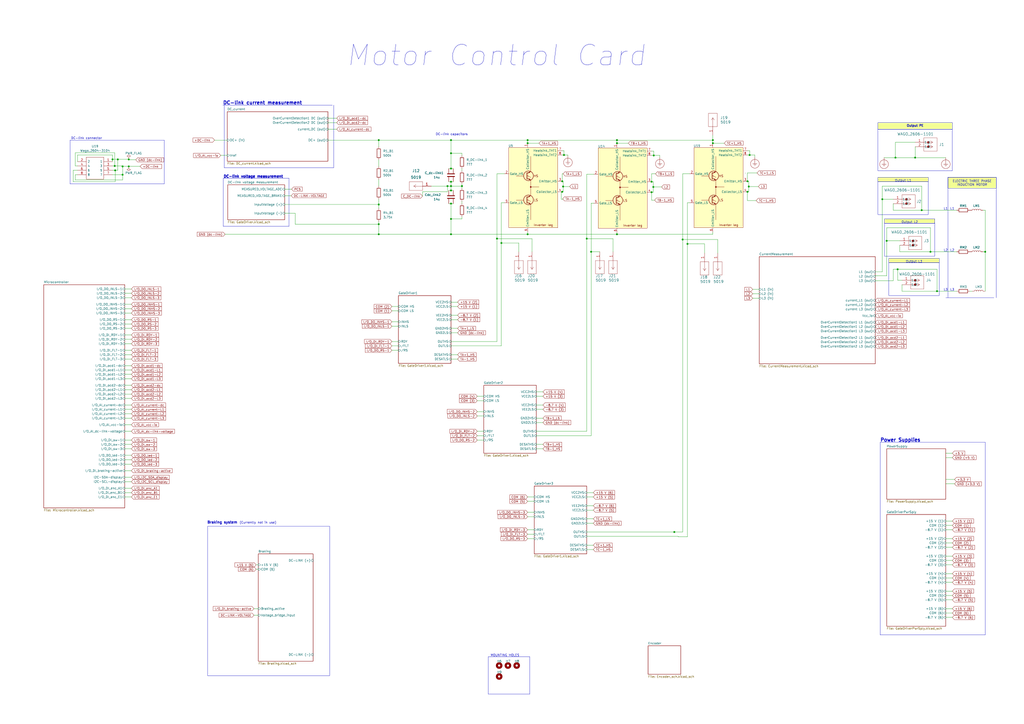
<source format=kicad_sch>
(kicad_sch (version 20231120) (generator "eeschema") (generator_version "8.0")
  (paper "A2")
  (title_block (title "3-phase DC/AC converter with SV-PWM") (date "2023-03-16") (rev "V. 1.1") (comment 1 "Ingrid Hovland") (comment 2 "Eirik Skorve Haugland") (comment 3 "Marius Englund"))
  (junction (at 413.512 81.28))
  (junction (at 434.34 108.204))
  (junction (at 219.71 81.28))
  (junction (at 391.16 308.61))
  (junction (at 68.326 92.456))
  (junction (at 288.29 138.43))
  (junction (at 378.968 108.458))
  (junction (at 306.07 135.89))
  (junction (at 342.9 146.05))
  (junction (at 340.36 138.43))
  (junction (at 395.986 138.938))
  (junction (at 290.83 140.97))
  (junction (at 74.676 92.456))
  (junction (at 377.952 111.506))
  (junction (at 65.278 92.456))
  (junction (at 543.56 168.91))
  (junction (at 66.802 98.806))
  (junction (at 377.952 105.41))
  (junction (at 357.886 81.28))
  (junction (at 261.62 97.79))
  (junction (at 520.7 156.21))
  (junction (at 261.62 135.89))
  (junction (at 511.81 115.57))
  (junction (at 219.71 118.618))
  (junction (at 259.588 107.95))
  (junction (at 433.578 105.156))
  (junction (at 357.886 135.89))
  (junction (at 219.71 135.89))
  (junction (at 261.62 110.49))
  (junction (at 434.848 89.916))
  (junction (at 534.67 121.92))
  (junction (at 326.136 105.156))
  (junction (at 326.136 111.252))
  (junction (at 219.71 130.048))
  (junction (at 514.35 139.7))
  (junction (at 398.78 141.478))
  (junction (at 261.62 107.95))
  (junction (at 433.578 111.252))
  (junction (at 306.07 83.058))
  (junction (at 326.644 108.204))
  (junction (at 519.43 91.44))
  (junction (at 357.886 83.058))
  (junction (at 261.62 118.11))
  (junction (at 261.62 81.28))
  (junction (at 539.75 146.05))
  (junction (at 379.222 90.17))
  (junction (at 261.62 88.9))
  (junction (at 306.07 81.28))
  (junction (at 261.62 127))
  (junction (at 327.152 89.916))
  (junction (at 74.676 96.52))
  (junction (at 71.12 101.346))
  (junction (at 413.512 83.058))
  (junction (at 71.12 96.52))
  (junction (at 267.97 107.95))
  (junction (at 571.5 146.05))
  (junction (at 530.86 91.44))
  (junction (at 261.62 105.41))
  (junction (at 66.548 96.266))
  (wire (pts (xy 530.86 91.44) (xy 548.64 91.44)))
  (wire (pts (xy 44.958 93.726) (xy 44.958 89.916)))
  (wire (pts (xy 379.222 90.17) (xy 377.952 90.17)))
  (polyline (pts (xy 307.34 402.59) (xy 307.34 381)))
  (wire (pts (xy 571.5 121.92) (xy 571.5 146.05)))
  (wire (pts (xy 72.39 181.61) (xy 76.2 181.61)))
  (wire (pts (xy 514.35 139.7) (xy 514.35 160.02)))
  (wire (pts (xy 71.12 96.52) (xy 71.12 96.266)))
  (wire (pts (xy 511.81 115.57) (xy 518.16 115.57)))
  (wire (pts (xy 311.15 227.33) (xy 314.96 227.33)))
  (wire (pts (xy 520.7 156.21) (xy 543.56 156.21)))
  (wire (pts (xy 261.62 88.9) (xy 267.97 88.9)))
  (wire (pts (xy 327.152 87.376) (xy 327.152 89.916)))
  (wire (pts (xy 147.32 356.87) (xy 149.86 356.87)))
  (wire (pts (xy 72.39 190.5) (xy 76.2 190.5)))
  (wire (pts (xy 43.688 96.266) (xy 43.688 88.646)))
  (wire (pts (xy 326.644 105.156) (xy 326.644 108.204)))
  (wire (pts (xy 124.46 81.28) (xy 131.826 81.28)))
  (wire (pts (xy 260.35 97.79) (xy 261.62 97.79)))
  (polyline (pts (xy 571.5 256.54) (xy 571.5 368.3)))
  (wire (pts (xy 261.62 193.04) (xy 265.43 193.04)))
  (wire (pts (xy 357.886 134.874) (xy 357.886 135.89)))
  (wire (pts (xy 66.548 96.266) (xy 71.12 96.266)))
  (wire (pts (xy 327.152 89.916) (xy 326.136 89.916)))
  (wire (pts (xy 261.62 81.28) (xy 306.07 81.28)))
  (wire (pts (xy 393.446 311.404) (xy 398.78 311.404)))
  (wire (pts (xy 520.7 156.21) (xy 520.7 162.56)))
  (wire (pts (xy 72.39 237.49) (xy 76.2 237.49)))
  (wire (pts (xy 340.36 295.91) (xy 344.17 295.91)))
  (wire (pts (xy 219.71 81.28) (xy 219.71 85.09)))
  (wire (pts (xy 190.246 71.12) (xy 195.326 71.12)))
  (polyline (pts (xy 283.21 402.59) (xy 307.34 402.59)))
  (wire (pts (xy 219.71 115.57) (xy 219.71 118.618)))
  (wire (pts (xy 311.15 245.11) (xy 314.96 245.11)))
  (polyline (pts (xy 95.25 106.68) (xy 40.64 106.68)))
  (wire (pts (xy 306.07 83.058) (xy 306.07 83.185)))
  (wire (pts (xy 72.39 214.63) (xy 76.2 214.63)))
  (wire (pts (xy 330.454 108.204) (xy 326.644 108.204)))
  (wire (pts (xy 276.86 229.87) (xy 280.67 229.87)))
  (wire (pts (xy 165.1 109.728) (xy 169.164 109.728)))
  (wire (pts (xy 261.62 182.88) (xy 265.43 182.88)))
  (wire (pts (xy 128.016 90.17) (xy 131.826 90.17)))
  (wire (pts (xy 344.424 101.092) (xy 340.36 101.092)))
  (wire (pts (xy 548.64 353.06) (xy 552.45 353.06)))
  (wire (pts (xy 72.39 279.4) (xy 76.2 279.4)))
  (wire (pts (xy 227.33 177.8) (xy 231.14 177.8)))
  (wire (pts (xy 260.35 105.41) (xy 261.62 105.41)))
  (wire (pts (xy 43.688 101.346) (xy 43.688 104.394)))
  (wire (pts (xy 72.39 260.35) (xy 76.2 260.35)))
  (polyline (pts (xy 129.54 131.318) (xy 167.64 131.318)))
  (wire (pts (xy 261.62 88.9) (xy 261.62 97.79)))
  (wire (pts (xy 514.35 139.7) (xy 521.97 139.7)))
  (wire (pts (xy 227.33 200.66) (xy 231.14 200.66)))
  (wire (pts (xy 340.36 101.092) (xy 340.36 138.43)))
  (wire (pts (xy 398.78 141.478) (xy 398.78 311.404)))
  (wire (pts (xy 261.62 198.12) (xy 288.29 198.12)))
  (wire (pts (xy 548.64 307.34) (xy 552.45 307.34)))
  (wire (pts (xy 523.24 168.91) (xy 523.24 165.1)))
  (wire (pts (xy 261.62 200.66) (xy 290.83 200.66)))
  (wire (pts (xy 290.83 140.97) (xy 290.83 200.66)))
  (wire (pts (xy 413.512 78.486) (xy 413.512 81.28)))
  (wire (pts (xy 72.39 219.71) (xy 76.2 219.71)))
  (polyline (pts (xy 283.21 381) (xy 283.21 402.59)))
  (wire (pts (xy 543.56 156.21) (xy 543.56 168.91)))
  (wire (pts (xy 340.36 293.37) (xy 344.17 293.37)))
  (wire (pts (xy 570.23 121.92) (xy 571.5 121.92)))
  (wire (pts (xy 276.86 241.3) (xy 280.67 241.3)))
  (wire (pts (xy 378.968 108.458) (xy 383.794 108.458)))
  (wire (pts (xy 306.07 312.42) (xy 309.88 312.42)))
  (wire (pts (xy 148.59 327.66) (xy 149.86 327.66)))
  (wire (pts (xy 306.07 307.34) (xy 309.88 307.34)))
  (wire (pts (xy 379.222 87.63) (xy 379.222 90.17)))
  (wire (pts (xy 511.81 107.95) (xy 511.81 115.57)))
  (wire (pts (xy 548.64 265.43) (xy 552.45 265.43)))
  (wire (pts (xy 357.886 83.058) (xy 357.886 83.312)))
  (wire (pts (xy 288.29 138.43) (xy 288.29 198.12)))
  (wire (pts (xy 329.438 89.916) (xy 329.438 90.424)))
  (wire (pts (xy 72.39 172.72) (xy 76.2 172.72)))
  (wire (pts (xy 261.62 105.41) (xy 262.89 105.41)))
  (wire (pts (xy 548.64 347.98) (xy 552.45 347.98)))
  (wire (pts (xy 42.418 98.806) (xy 42.418 105.41)))
  (wire (pts (xy 219.71 104.14) (xy 219.71 107.95)))
  (polyline (pts (xy 548.64 172.72) (xy 576.58 172.72)))
  (wire (pts (xy 267.97 90.17) (xy 267.97 88.9)))
  (wire (pts (xy 378.968 105.41) (xy 378.968 108.458)))
  (wire (pts (xy 434.34 111.252) (xy 434.34 108.204)))
  (wire (pts (xy 71.12 104.394) (xy 71.12 101.346)))
  (wire (pts (xy 261.62 185.42) (xy 265.43 185.42)))
  (wire (pts (xy 260.35 118.11) (xy 261.62 118.11)))
  (wire (pts (xy 306.07 135.89) (xy 357.886 135.89)))
  (wire (pts (xy 378.968 108.458) (xy 378.968 111.506)))
  (wire (pts (xy 340.36 316.23) (xy 344.17 316.23)))
  (wire (pts (xy 72.39 203.2) (xy 76.2 203.2)))
  (wire (pts (xy 259.588 107.95) (xy 261.62 107.95)))
  (wire (pts (xy 71.12 101.346) (xy 71.12 96.52)))
  (polyline (pts (xy 571.5 368.3) (xy 510.54 368.3)))
  (wire (pts (xy 548.64 322.58) (xy 552.45 322.58)))
  (wire (pts (xy 377.952 105.41) (xy 378.968 105.41)))
  (wire (pts (xy 398.78 141.478) (xy 408.686 141.478)))
  (wire (pts (xy 276.86 250.19) (xy 280.67 250.19)))
  (wire (pts (xy 340.36 138.43) (xy 355.6 138.43)))
  (wire (pts (xy 227.33 186.69) (xy 231.14 186.69)))
  (wire (pts (xy 306.07 81.28) (xy 357.886 81.28)))
  (wire (pts (xy 518.16 121.92) (xy 534.67 121.92)))
  (wire (pts (xy 548.64 317.5) (xy 552.45 317.5)))
  (wire (pts (xy 306.07 83.058) (xy 312.674 83.058)))
  (wire (pts (xy 276.86 238.76) (xy 280.67 238.76)))
  (wire (pts (xy 72.39 246.38) (xy 76.2 246.38)))
  (polyline (pts (xy 129.286 60.96) (xy 192.786 60.96)))
  (wire (pts (xy 306.07 297.18) (xy 309.88 297.18)))
  (wire (pts (xy 413.512 81.28) (xy 413.512 83.058)))
  (polyline (pts (xy 95.25 81.28) (xy 95.25 106.68)))
  (wire (pts (xy 432.308 100.584) (xy 432.308 100.33)))
  (wire (pts (xy 288.29 138.43) (xy 308.61 138.43)))
  (wire (pts (xy 219.71 92.71) (xy 219.71 96.52)))
  (wire (pts (xy 398.78 117.602) (xy 398.78 141.478)))
  (wire (pts (xy 433.578 87.376) (xy 434.848 87.376)))
  (wire (pts (xy 72.39 223.52) (xy 76.2 223.52)))
  (wire (pts (xy 436.626 170.434) (xy 440.436 170.434)))
  (wire (pts (xy 393.446 311.15) (xy 340.36 311.15)))
  (wire (pts (xy 267.97 125.73) (xy 267.97 127)))
  (wire (pts (xy 433.578 116.332) (xy 433.578 111.252)))
  (wire (pts (xy 355.6 146.05) (xy 355.6 138.43)))
  (wire (pts (xy 436.626 172.974) (xy 440.436 172.974)))
  (wire (pts (xy 42.418 105.41) (xy 66.802 105.41)))
  (wire (pts (xy 395.986 138.938) (xy 395.986 308.61)))
  (wire (pts (xy 548.64 345.44) (xy 552.45 345.44)))
  (wire (pts (xy 382.778 91.186) (xy 382.778 90.17)))
  (wire (pts (xy 340.36 308.61) (xy 391.16 308.61)))
  (wire (pts (xy 147.32 353.06) (xy 149.86 353.06)))
  (wire (pts (xy 72.39 199.39) (xy 76.2 199.39)))
  (wire (pts (xy 72.39 196.85) (xy 76.2 196.85)))
  (wire (pts (xy 72.39 257.81) (xy 76.2 257.81)))
  (wire (pts (xy 548.64 314.96) (xy 552.45 314.96)))
  (wire (pts (xy 72.39 187.96) (xy 76.2 187.96)))
  (wire (pts (xy 530.86 85.09) (xy 530.86 91.44)))
  (wire (pts (xy 340.36 288.29) (xy 344.17 288.29)))
  (wire (pts (xy 171.196 123.698) (xy 171.196 130.048)))
  (wire (pts (xy 66.802 98.806) (xy 65.278 98.806)))
  (wire (pts (xy 548.64 278.13) (xy 553.72 278.13)))
  (wire (pts (xy 342.9 117.856) (xy 344.424 117.856)))
  (wire (pts (xy 261.62 107.95) (xy 261.62 110.49)))
  (wire (pts (xy 74.93 92.71) (xy 74.93 92.456)))
  (wire (pts (xy 72.39 240.03) (xy 76.2 240.03)))
  (wire (pts (xy 539.75 146.05) (xy 554.99 146.05)))
  (wire (pts (xy 311.15 234.95) (xy 314.96 234.95)))
  (wire (pts (xy 534.67 107.95) (xy 511.81 107.95)))
  (wire (pts (xy 378.968 111.506) (xy 377.952 111.506)))
  (wire (pts (xy 260.35 110.49) (xy 261.62 110.49)))
  (wire (pts (xy 518.16 156.21) (xy 518.16 162.814)))
  (polyline (pts (xy 193.548 97.282) (xy 193.548 60.96)))
  (polyline (pts (xy 129.54 103.378) (xy 167.64 103.378)))
  (wire (pts (xy 219.71 128.524) (xy 219.71 130.048)))
  (wire (pts (xy 379.73 116.078) (xy 377.952 116.078)))
  (wire (pts (xy 66.802 98.806) (xy 68.326 98.806)))
  (wire (pts (xy 534.67 107.95) (xy 534.67 121.92)))
  (wire (pts (xy 514.35 132.08) (xy 514.35 139.7)))
  (wire (pts (xy 433.578 100.33) (xy 433.578 105.156)))
  (wire (pts (xy 65.278 92.456) (xy 65.278 93.726)))
  (wire (pts (xy 548.64 262.89) (xy 552.45 262.89)))
  (polyline (pts (xy 510.54 256.54) (xy 510.54 368.3)))
  (wire (pts (xy 377.952 100.838) (xy 377.952 105.41)))
  (wire (pts (xy 342.9 146.05) (xy 342.9 252.73)))
  (wire (pts (xy 306.07 299.72) (xy 309.88 299.72)))
  (wire (pts (xy 72.39 176.53) (xy 76.2 176.53)))
  (wire (pts (xy 433.578 111.252) (xy 434.34 111.252)))
  (wire (pts (xy 521.97 142.24) (xy 521.97 146.05)))
  (wire (pts (xy 432.054 105.41) (xy 432.054 105.156)))
  (wire (pts (xy 400.05 117.602) (xy 398.78 117.602)))
  (wire (pts (xy 250.19 107.95) (xy 259.588 107.95)))
  (wire (pts (xy 523.24 168.91) (xy 543.56 168.91)))
  (wire (pts (xy 326.136 100.838) (xy 326.136 105.156)))
  (wire (pts (xy 433.578 105.156) (xy 434.34 105.156)))
  (wire (pts (xy 43.688 101.346) (xy 44.958 101.346)))
  (wire (pts (xy 66.548 88.646) (xy 66.548 96.266)))
  (wire (pts (xy 326.136 87.376) (xy 327.152 87.376)))
  (wire (pts (xy 539.75 146.05) (xy 539.75 132.08)))
  (wire (pts (xy 227.33 180.34) (xy 231.14 180.34)))
  (wire (pts (xy 219.71 130.048) (xy 219.71 135.89)))
  (wire (pts (xy 72.39 283.21) (xy 76.2 283.21)))
  (wire (pts (xy 130.556 135.89) (xy 219.71 135.89)))
  (wire (pts (xy 437.896 89.916) (xy 434.848 89.916)))
  (wire (pts (xy 311.15 250.19) (xy 340.36 250.19)))
  (wire (pts (xy 311.15 257.81) (xy 314.96 257.81)))
  (wire (pts (xy 261.62 208.28) (xy 265.43 208.28)))
  (wire (pts (xy 43.688 104.394) (xy 71.12 104.394)))
  (wire (pts (xy 72.39 212.09) (xy 76.2 212.09)))
  (wire (pts (xy 66.802 105.41) (xy 66.802 98.806)))
  (wire (pts (xy 261.62 127) (xy 261.62 135.89)))
  (wire (pts (xy 68.326 92.456) (xy 74.676 92.456)))
  (wire (pts (xy 311.15 229.87) (xy 314.96 229.87)))
  (wire (pts (xy 72.39 170.18) (xy 76.2 170.18)))
  (wire (pts (xy 259.588 111.252) (xy 259.588 107.95)))
  (wire (pts (xy 519.43 82.55) (xy 519.43 91.44)))
  (wire (pts (xy 44.958 96.266) (xy 43.688 96.266)))
  (wire (pts (xy 261.62 81.28) (xy 261.62 88.9)))
  (wire (pts (xy 245.11 111.252) (xy 259.588 111.252)))
  (wire (pts (xy 276.86 252.73) (xy 280.67 252.73)))
  (wire (pts (xy 357.886 81.28) (xy 357.886 83.058)))
  (wire (pts (xy 340.36 318.77) (xy 344.17 318.77)))
  (wire (pts (xy 245.11 113.792) (xy 245.11 111.252)))
  (polyline (pts (xy 167.64 131.318) (xy 167.64 103.378)))
  (wire (pts (xy 413.512 134.62) (xy 413.512 135.89)))
  (wire (pts (xy 326.39 115.57) (xy 326.39 115.316)))
  (wire (pts (xy 72.39 242.57) (xy 76.2 242.57)))
  (wire (pts (xy 326.644 111.252) (xy 326.136 111.252)))
  (wire (pts (xy 434.848 89.916) (xy 433.578 89.916)))
  (wire (pts (xy 72.39 250.19) (xy 76.2 250.19)))
  (wire (pts (xy 340.36 300.99) (xy 344.17 300.99)))
  (wire (pts (xy 43.688 88.646) (xy 66.548 88.646)))
  (wire (pts (xy 261.62 177.8) (xy 265.43 177.8)))
  (wire (pts (xy 548.64 337.82) (xy 552.45 337.82)))
  (wire (pts (xy 227.33 189.23) (xy 231.14 189.23)))
  (wire (pts (xy 434.848 87.376) (xy 434.848 89.916)))
  (wire (pts (xy 276.86 255.27) (xy 280.67 255.27)))
  (wire (pts (xy 433.578 100.33) (xy 439.166 100.33)))
  (wire (pts (xy 548.64 304.8) (xy 552.45 304.8)))
  (wire (pts (xy 357.886 83.058) (xy 364.49 83.058)))
  (wire (pts (xy 72.39 269.24) (xy 76.2 269.24)))
  (wire (pts (xy 434.34 105.156) (xy 434.34 108.204)))
  (wire (pts (xy 72.39 255.27) (xy 76.2 255.27)))
  (wire (pts (xy 382.778 90.17) (xy 379.222 90.17)))
  (wire (pts (xy 190.246 74.93) (xy 195.326 74.93)))
  (wire (pts (xy 326.136 105.156) (xy 326.644 105.156)))
  (wire (pts (xy 308.61 146.05) (xy 308.61 138.43)))
  (polyline (pts (xy 283.21 381) (xy 307.34 381)))
  (wire (pts (xy 416.306 138.938) (xy 416.306 146.812)))
  (wire (pts (xy 326.644 108.204) (xy 326.644 111.252)))
  (wire (pts (xy 72.39 264.16) (xy 76.2 264.16)))
  (wire (pts (xy 306.07 81.28) (xy 306.07 83.058)))
  (polyline (pts (xy 40.64 81.28) (xy 95.25 81.28)))
  (wire (pts (xy 261.62 190.5) (xy 265.43 190.5)))
  (wire (pts (xy 518.16 118.11) (xy 518.16 121.92)))
  (wire (pts (xy 306.07 309.88) (xy 309.88 309.88)))
  (wire (pts (xy 72.39 167.64) (xy 76.2 167.64)))
  (wire (pts (xy 311.15 252.73) (xy 342.9 252.73)))
  (wire (pts (xy 326.136 111.506) (xy 326.136 111.252)))
  (wire (pts (xy 521.97 146.05) (xy 539.75 146.05)))
  (wire (pts (xy 219.71 81.28) (xy 261.62 81.28)))
  (wire (pts (xy 311.15 260.35) (xy 314.96 260.35)))
  (wire (pts (xy 261.62 175.26) (xy 265.43 175.26)))
  (wire (pts (xy 261.62 135.89) (xy 306.07 135.89)))
  (wire (pts (xy 342.9 117.856) (xy 342.9 146.05)))
  (wire (pts (xy 65.278 89.916) (xy 65.278 92.456)))
  (polyline (pts (xy 40.64 81.28) (xy 40.64 106.68)))
  (wire (pts (xy 395.986 100.838) (xy 395.986 138.938)))
  (wire (pts (xy 395.986 308.61) (xy 391.16 308.61)))
  (wire (pts (xy 548.64 342.9) (xy 552.45 342.9)))
  (wire (pts (xy 261.62 118.11) (xy 261.62 127)))
  (polyline (pts (xy 549.91 102.87) (xy 549.91 172.72)))
  (wire (pts (xy 391.16 308.864) (xy 391.16 308.61)))
  (wire (pts (xy 72.39 205.74) (xy 76.2 205.74)))
  (wire (pts (xy 72.39 226.06) (xy 76.2 226.06)))
  (wire (pts (xy 512.826 91.44) (xy 519.43 91.44)))
  (wire (pts (xy 342.9 146.05) (xy 347.98 146.05)))
  (wire (pts (xy 548.64 355.6) (xy 552.45 355.6)))
  (wire (pts (xy 74.93 92.71) (xy 78.74 92.71)))
  (wire (pts (xy 276.86 232.41) (xy 280.67 232.41)))
  (wire (pts (xy 326.136 111.506) (xy 325.628 111.506)))
  (wire (pts (xy 562.61 168.91) (xy 563.88 168.91)))
  (wire (pts (xy 74.676 96.52) (xy 81.28 96.52)))
  (wire (pts (xy 227.33 198.12) (xy 231.14 198.12)))
  (wire (pts (xy 311.15 237.49) (xy 314.96 237.49)))
  (wire (pts (xy 65.278 101.346) (xy 71.12 101.346)))
  (wire (pts (xy 267.97 106.68) (xy 267.97 107.95)))
  (wire (pts (xy 72.39 179.07) (xy 76.2 179.07)))
  (polyline (pts (xy 129.54 103.378) (xy 129.54 131.318)))
  (wire (pts (xy 507.746 160.02) (xy 507.746 160.274)))
  (wire (pts (xy 395.986 138.938) (xy 416.306 138.938)))
  (wire (pts (xy 267.97 97.79) (xy 267.97 99.06)))
  (wire (pts (xy 548.64 302.26) (xy 552.45 302.26)))
  (wire (pts (xy 306.07 290.83) (xy 309.88 290.83)))
  (wire (pts (xy 72.39 185.42) (xy 76.2 185.42)))
  (wire (pts (xy 72.39 228.6) (xy 76.2 228.6)))
  (wire (pts (xy 377.952 116.078) (xy 377.952 111.506)))
  (wire (pts (xy 514.35 132.08) (xy 539.75 132.08)))
  (wire (pts (xy 165.1 118.618) (xy 219.71 118.618)))
  (wire (pts (xy 340.36 138.43) (xy 340.36 250.19)))
  (wire (pts (xy 357.886 135.89) (xy 413.512 135.89)))
  (wire (pts (xy 306.07 288.29) (xy 309.88 288.29)))
  (wire (pts (xy 518.16 156.21) (xy 520.7 156.21)))
  (wire (pts (xy 548.64 280.67) (xy 553.72 280.67)))
  (wire (pts (xy 300.99 146.05) (xy 300.99 140.97)))
  (wire (pts (xy 413.512 83.058) (xy 420.116 83.058)))
  (wire (pts (xy 518.16 162.814) (xy 507.746 162.814)))
  (wire (pts (xy 393.446 311.404) (xy 393.446 311.15)))
  (wire (pts (xy 548.64 327.66) (xy 552.45 327.66)))
  (wire (pts (xy 511.81 157.734) (xy 507.746 157.734)))
  (wire (pts (xy 72.39 276.86) (xy 76.2 276.86)))
  (wire (pts (xy 571.5 146.05) (xy 570.23 146.05)))
  (wire (pts (xy 65.278 92.456) (xy 68.326 92.456)))
  (wire (pts (xy 548.64 312.42) (xy 552.45 312.42)))
  (polyline (pts (xy 510.54 256.54) (xy 571.5 256.54)))
  (polyline (pts (xy 130.048 60.96) (xy 130.048 97.282)))
  (wire (pts (xy 72.39 234.95) (xy 76.2 234.95)))
  (wire (pts (xy 72.39 208.28) (xy 76.2 208.28)))
  (wire (pts (xy 300.99 140.97) (xy 290.83 140.97)))
  (wire (pts (xy 380.238 100.838) (xy 377.952 100.838)))
  (wire (pts (xy 72.39 266.7) (xy 76.2 266.7)))
  (wire (pts (xy 292.608 117.602) (xy 290.83 117.602)))
  (wire (pts (xy 288.29 138.43) (xy 288.29 100.838)))
  (wire (pts (xy 340.36 303.53) (xy 344.17 303.53)))
  (wire (pts (xy 520.7 162.56) (xy 523.24 162.56)))
  (wire (pts (xy 66.548 96.266) (xy 65.278 96.266)))
  (wire (pts (xy 519.43 91.44) (xy 530.86 91.44)))
  (wire (pts (xy 72.39 285.75) (xy 76.2 285.75)))
  (wire (pts (xy 548.64 358.14) (xy 552.45 358.14)))
  (wire (pts (xy 171.196 130.048) (xy 219.71 130.048)))
  (wire (pts (xy 326.136 100.838) (xy 326.644 100.838)))
  (wire (pts (xy 72.39 273.05) (xy 76.2 273.05)))
  (wire (pts (xy 507.746 160.02) (xy 514.35 160.02)))
  (wire (pts (xy 261.62 110.49) (xy 262.89 110.49)))
  (wire (pts (xy 261.62 107.95) (xy 267.97 107.95)))
  (wire (pts (xy 68.326 98.806) (xy 68.326 92.456)))
  (wire (pts (xy 434.34 108.204) (xy 439.928 108.204)))
  (polyline (pts (xy 130.048 97.282) (xy 193.548 97.282)))
  (wire (pts (xy 190.246 68.58) (xy 195.326 68.58)))
  (wire (pts (xy 190.246 81.28) (xy 219.71 81.28)))
  (wire (pts (xy 357.886 81.28) (xy 413.512 81.28)))
  (wire (pts (xy 44.958 98.806) (xy 42.418 98.806)))
  (wire (pts (xy 548.64 335.28) (xy 552.45 335.28)))
  (wire (pts (xy 548.64 332.74) (xy 552.45 332.74)))
  (wire (pts (xy 74.93 92.456) (xy 74.676 92.456)))
  (wire (pts (xy 326.39 115.57) (xy 325.628 115.57)))
  (wire (pts (xy 290.83 117.602) (xy 290.83 140.97)))
  (wire (pts (xy 165.1 113.538) (xy 168.91 113.538)))
  (wire (pts (xy 44.958 89.916) (xy 65.278 89.916)))
  (wire (pts (xy 408.686 141.478) (xy 408.686 146.812)))
  (wire (pts (xy 267.97 107.95) (xy 267.97 109.22)))
  (wire (pts (xy 437.896 91.186) (xy 437.896 89.916)))
  (wire (pts (xy 511.81 115.57) (xy 511.81 157.734)))
  (wire (pts (xy 554.99 168.91) (xy 543.56 168.91)))
  (wire (pts (xy 306.07 134.62) (xy 306.07 135.89)))
  (wire (pts (xy 571.5 146.05) (xy 571.5 168.91)))
  (wire (pts (xy 72.39 194.31) (xy 76.2 194.31)))
  (wire (pts (xy 165.1 123.698) (xy 171.196 123.698)))
  (wire (pts (xy 325.628 115.57) (xy 325.628 111.506)))
  (wire (pts (xy 261.62 118.11) (xy 262.89 118.11)))
  (wire (pts (xy 400.05 100.838) (xy 395.986 100.838)))
  (wire (pts (xy 71.12 96.52) (xy 74.676 96.52)))
  (wire (pts (xy 548.64 325.12) (xy 552.45 325.12)))
  (wire (pts (xy 72.39 231.14) (xy 76.2 231.14)))
  (wire (pts (xy 433.578 116.332) (xy 438.658 116.332)))
  (wire (pts (xy 311.15 242.57) (xy 314.96 242.57)))
  (wire (pts (xy 436.626 167.894) (xy 440.436 167.894)))
  (wire (pts (xy 340.36 285.75) (xy 344.17 285.75)))
  (wire (pts (xy 72.39 217.17) (xy 76.2 217.17)))
  (wire (pts (xy 219.71 135.89) (xy 261.62 135.89)))
  (wire (pts (xy 261.62 97.79) (xy 262.89 97.79)))
  (wire (pts (xy 288.29 100.838) (xy 292.608 100.838)))
  (wire (pts (xy 267.97 116.84) (xy 267.97 118.11)))
  (wire (pts (xy 261.62 205.74) (xy 265.43 205.74)))
  (wire (pts (xy 534.67 121.92) (xy 554.99 121.92)))
  (wire (pts (xy 227.33 203.2) (xy 231.14 203.2)))
  (wire (pts (xy 219.71 118.618) (xy 219.71 120.904)))
  (wire (pts (xy 519.43 82.55) (xy 530.86 82.55)))
  (polyline (pts (xy 577.85 172.72) (xy 577.85 102.87)))
  (polyline (pts (xy 549.91 102.87) (xy 577.85 102.87)))
  (wire (pts (xy 148.59 330.2) (xy 149.86 330.2)))
  (wire (pts (xy 261.62 127) (xy 267.97 127)))
  (wire (pts (xy 377.952 87.63) (xy 379.222 87.63)))
  (wire (pts (xy 72.39 288.29) (xy 76.2 288.29)))
  (wire (pts (xy 261.62 105.41) (xy 261.62 107.95)))
  (wire (pts (xy 327.152 89.916) (xy 329.438 89.916)))
  (rectangle (start 120.396 305.308) (end 191.262 391.922))
  (rectangle (start 513.08 129.54) (end 542.29 148.59))
  (rectangle (start 515.62 152.4) (end 544.83 171.45))
  (rectangle (start 509.27 74.93) (end 552.45 99.06))
  (rectangle (start 509.27 105.41) (end 538.48 124.46))
  (text_box "Output L2" (at 513.08 127 0) (size 29.21 2.54) (fill (type color) (color 243 255 147 1)) (effects (font (size 1.27 1.27)) (justify top)))
  (text_box "Output PE" (at 509.27 71.12 0) (size 43.18 3.81) (fill (type color) (color 243 255 147 1)) (effects (font (size 1.27 1.27) (thickness 0.254) (bold yes)) (justify top)))
  (text_box "Output L1" (at 509.27 102.87 0) (size 29.21 2.54) (fill (type color) (color 243 255 147 1)) (effects (font (size 1.27 1.27)) (justify top)))
  (text_box "Output L3" (at 515.62 149.86 0) (size 29.21 2.54) (fill (type color) (color 243 255 147 1)) (effects (font (size 1.27 1.27)) (justify top)))
  (text_box "ELECTRIC THREE PHASE INDUCTION MOTOR\n" (at 549.91 102.87 0) (size 27.94 6.35) (fill (type color) (color 243 255 147 1)) (effects (font (size 1.27 1.27))))
  (text "DC-link capacitors" (at 252.73 78.74 0) (effects (font (size 1.27 1.27)) (justify left bottom)))
  (text "L3" (at 547.37 168.91 0) (effects (font (size 1.27 1.27)) (justify left bottom)))
  (text "DC-link connector" (at 41.148 81.026 0) (effects (font (size 1.27 1.27)) (justify left bottom)))
  (text "DC-link current measurement\n" (at 129.286 60.96 0) (effects (font (size 2 2) (thickness 0.4) (bold yes)) (justify left bottom)))
  (text "L1" (at 547.37 121.92 0) (effects (font (size 1.27 1.27)) (justify left bottom)))
  (text "DC-link voltage measurement\n" (at 129.54 103.378 0) (effects (font (size 1.5 1.5) (thickness 0.4) (bold yes)) (justify left bottom)))
  (text "Power Supplies" (at 510.54 256.54 0) (effects (font (size 2 2) (thickness 0.4) (bold yes)) (justify left bottom)))
  (text "Braking system" (at 120.142 304.038 0) (effects (font (size 1.5 1.5) (thickness 0.3) (bold yes)) (justify left bottom)))
  (text "(Currently not in use)\n" (at 138.938 304.038 0) (effects (font (size 1.27 1.27)) (justify left bottom)))
  (text "L2" (at 547.37 146.05 0) (effects (font (size 1.27 1.27)) (justify left bottom)))
  (text "MOUNTING HOLES" (at 284.48 381 0) (effects (font (size 1.27 1.27)) (justify left bottom)))
  (text "L1" (at 551.18 121.92 0) (effects (font (size 1.27 1.27)) (justify left bottom)))
  (text "L2\n" (at 551.18 146.05 0) (effects (font (size 1.27 1.27)) (justify left bottom)))
  (text "Motor Control Card" (at 200.66 39.37 0) (effects (font (size 12 12) (italic yes)) (justify left bottom)))
  (text "L3" (at 551.18 168.91 0) (effects (font (size 1.27 1.27)) (justify left bottom)))
  (global_label "TA+1_LS" (shape input) (at 326.644 100.838 0) (property "Intersheetrefs" "${INTERSHEET_REFS}" (effects (hide yes))))
  (global_label "I{slash}O_AI_dc-link-voltage" (shape input) (at 76.2 250.19 0) (property "Intersheetrefs" "${INTERSHEET_REFS}" (effects (hide yes))))
  (global_label "TA+1_LS" (shape input) (at 265.43 190.5 0) (property "Intersheetrefs" "${INTERSHEET_REFS}" (effects (hide yes))))
  (global_label "I{slash}O_AI_current-L2" (shape input) (at 507.746 176.784 0) (property "Intersheetrefs" "${INTERSHEET_REFS}" (effects (hide yes))))
  (global_label "COM (2)" (shape input) (at 227.33 177.8 180) (property "Intersheetrefs" "${INTERSHEET_REFS}" (effects (hide yes))))
  (global_label "I{slash}O_DI_ocd1-L2" (shape input) (at 76.2 217.17 0) (property "Intersheetrefs" "${INTERSHEET_REFS}" (effects (hide yes))))
  (global_label "I{slash}O_DI_sw-1" (shape input) (at 76.2 255.27 0) (property "Intersheetrefs" "${INTERSHEET_REFS}" (effects (hide yes))))
  (global_label "TB-1_HS" (shape input) (at 379.73 116.078 0) (property "Intersheetrefs" "${INTERSHEET_REFS}" (effects (hide yes))))
  (global_label "I{slash}O_DO_RS-1" (shape input) (at 76.2 185.42 0) (property "Intersheetrefs" "${INTERSHEET_REFS}" (effects (hide yes))))
  (global_label "I{slash}O_DI_braking-active" (shape input) (at 76.2 273.05 0) (property "Intersheetrefs" "${INTERSHEET_REFS}" (effects (hide yes))))
  (global_label "I{slash}O_DO_RS-3" (shape input) (at 306.07 312.42 180) (property "Intersheetrefs" "${INTERSHEET_REFS}" (effects (hide yes))))
  (global_label "I{slash}O_AI_vcc-io" (shape input) (at 76.2 246.38 0) (property "Intersheetrefs" "${INTERSHEET_REFS}" (effects (hide yes))))
  (global_label "+15 V (6)" (shape input) (at 552.45 353.06 0) (property "Intersheetrefs" "${INTERSHEET_REFS}" (effects (hide yes))))
  (global_label "+5 V" (shape input) (at 552.45 262.89 0) (property "Intersheetrefs" "${INTERSHEET_REFS}" (effects (hide yes))))
  (global_label "I{slash}O_AI_vcc-io" (shape input) (at 128.016 90.17 180) (property "Intersheetrefs" "${INTERSHEET_REFS}" (effects (hide yes))))
  (global_label "+15 V (2)" (shape input) (at 552.45 312.42 0) (property "Intersheetrefs" "${INTERSHEET_REFS}" (effects (hide yes))))
  (global_label "I{slash}O_DO_INHS-1" (shape input) (at 76.2 176.53 0) (property "Intersheetrefs" "${INTERSHEET_REFS}" (effects (hide yes))))
  (global_label "COM (2)" (shape input) (at 552.45 314.96 0) (property "Intersheetrefs" "${INTERSHEET_REFS}" (effects (hide yes))))
  (global_label "I{slash}O_AI_current-L3" (shape input) (at 76.2 242.57 0) (property "Intersheetrefs" "${INTERSHEET_REFS}" (effects (hide yes))))
  (global_label "-8.7 V (6)" (shape input) (at 344.17 293.37 0) (property "Intersheetrefs" "${INTERSHEET_REFS}" (effects (hide yes))))
  (global_label "-8.7 V (4)" (shape input) (at 314.96 234.95 0) (property "Intersheetrefs" "${INTERSHEET_REFS}" (effects (hide yes))))
  (global_label "COM (6)" (shape input) (at 552.45 355.6 0) (property "Intersheetrefs" "${INTERSHEET_REFS}" (effects (hide yes))))
  (global_label "COM (5)" (shape input) (at 306.07 290.83 180) (property "Intersheetrefs" "${INTERSHEET_REFS}" (effects (hide yes))))
  (global_label "+DC-link " (shape input) (at 124.46 81.28 180) (property "Intersheetrefs" "${INTERSHEET_REFS}" (effects (hide yes))))
  (global_label "GND (dc-link)" (shape input) (at 130.556 135.89 180) (property "Intersheetrefs" "${INTERSHEET_REFS}" (effects (hide yes))))
  (global_label "+15 V (6)" (shape input) (at 148.59 327.66 180) (property "Intersheetrefs" "${INTERSHEET_REFS}" (effects (hide yes))))
  (global_label "TB+1_LS" (shape input) (at 380.238 100.838 0) (property "Intersheetrefs" "${INTERSHEET_REFS}" (effects (hide yes))))
  (global_label "+15 V (5)" (shape input) (at 552.45 342.9 0) (property "Intersheetrefs" "${INTERSHEET_REFS}" (effects (hide yes))))
  (global_label "I{slash}O_AI_current-L1" (shape input) (at 76.2 237.49 0) (property "Intersheetrefs" "${INTERSHEET_REFS}" (effects (hide yes))))
  (global_label "L1" (shape input) (at 330.454 108.204 0) (property "Intersheetrefs" "${INTERSHEET_REFS}" (effects (hide yes))))
  (global_label "TA+1_HS" (shape input) (at 312.674 83.058 0) (property "Intersheetrefs" "${INTERSHEET_REFS}" (effects (hide yes))))
  (global_label "I{slash}O_DI_FLT-1" (shape input) (at 227.33 200.66 180) (property "Intersheetrefs" "${INTERSHEET_REFS}" (effects (hide yes))))
  (global_label "I{slash}O_DI_RDY-1" (shape input) (at 227.33 198.12 180) (property "Intersheetrefs" "${INTERSHEET_REFS}" (effects (hide yes))))
  (global_label "I{slash}O_AI_current-L2" (shape input) (at 76.2 240.03 0) (property "Intersheetrefs" "${INTERSHEET_REFS}" (effects (hide yes))))
  (global_label "+DC-link " (shape input) (at 81.28 96.52 0) (property "Intersheetrefs" "${INTERSHEET_REFS}" (effects (hide yes))))
  (global_label "I{slash}O_DO_INLS-1" (shape input) (at 227.33 189.23 180) (property "Intersheetrefs" "${INTERSHEET_REFS}" (effects (hide yes))))
  (global_label "-8.7 V (6)" (shape input) (at 552.45 358.14 0) (property "Intersheetrefs" "${INTERSHEET_REFS}" (effects (hide yes))))
  (global_label "I{slash}O_DO_INLS-1" (shape input) (at 76.2 167.64 0) (property "Intersheetrefs" "${INTERSHEET_REFS}" (effects (hide yes))))
  (global_label "TC-1_HS" (shape input) (at 438.658 116.332 0) (property "Intersheetrefs" "${INTERSHEET_REFS}" (effects (hide yes))))
  (global_label "COM (4)" (shape input) (at 552.45 335.28 0) (property "Intersheetrefs" "${INTERSHEET_REFS}" (effects (hide yes))))
  (global_label "L3" (shape input) (at 439.928 108.204 0) (property "Intersheetrefs" "${INTERSHEET_REFS}" (effects (hide yes))))
  (global_label "+15 V (3)" (shape input) (at 314.96 229.87 0) (property "Intersheetrefs" "${INTERSHEET_REFS}" (effects (hide yes))))
  (global_label "TA-1_HS" (shape input) (at 326.39 115.316 0) (property "Intersheetrefs" "${INTERSHEET_REFS}" (effects (hide yes))))
  (global_label "-8.7 V (4)" (shape input) (at 552.45 337.82 0) (property "Intersheetrefs" "${INTERSHEET_REFS}" (effects (hide yes))))
  (global_label "COM (3)" (shape input) (at 276.86 232.41 180) (property "Intersheetrefs" "${INTERSHEET_REFS}" (effects (hide yes))))
  (global_label "GND (dc-link)" (shape input) (at 314.96 245.11 0) (property "Intersheetrefs" "${INTERSHEET_REFS}" (effects (hide yes))))
  (global_label "GND (+3.3 V)" (shape input) (at 553.72 280.67 0) (property "Intersheetrefs" "${INTERSHEET_REFS}" (effects (hide yes))))
  (global_label "I{slash}O_DI_braking-active" (shape input) (at 147.32 353.06 180) (property "Intersheetrefs" "${INTERSHEET_REFS}" (effects (hide yes))))
  (global_label "I{slash}O_DO_INLS-2" (shape input) (at 76.2 170.18 0) (property "Intersheetrefs" "${INTERSHEET_REFS}" (effects (hide yes))))
  (global_label "I{slash}O_DI_ocd1-L1" (shape input) (at 507.746 186.944 0) (property "Intersheetrefs" "${INTERSHEET_REFS}" (effects (hide yes))))
  (global_label "L2" (shape input) (at 383.794 108.458 0) (property "Intersheetrefs" "${INTERSHEET_REFS}" (effects (hide yes))))
  (global_label "I{slash}O_DI_enc_E1" (shape input) (at 76.2 288.29 0) (property "Intersheetrefs" "${INTERSHEET_REFS}" (effects (hide yes))))
  (global_label "I{slash}O_DO_led-2" (shape input) (at 76.2 266.7 0) (property "Intersheetrefs" "${INTERSHEET_REFS}" (effects (hide yes))))
  (global_label "+15 V (1)" (shape input) (at 265.43 177.8 0) (property "Intersheetrefs" "${INTERSHEET_REFS}" (effects (hide yes))))
  (global_label "I{slash}O_DO_INHS-3" (shape input) (at 76.2 181.61 0) (property "Intersheetrefs" "${INTERSHEET_REFS}" (effects (hide yes))))
  (global_label "I{slash}O_DO_INHS-2" (shape input) (at 76.2 179.07 0) (property "Intersheetrefs" "${INTERSHEET_REFS}" (effects (hide yes))))
  (global_label "-8.7 V (3)" (shape input) (at 314.96 237.49 0) (property "Intersheetrefs" "${INTERSHEET_REFS}" (effects (hide yes))))
  (global_label "I{slash}O_DI_ocd2-L3" (shape input) (at 507.746 200.914 0) (property "Intersheetrefs" "${INTERSHEET_REFS}" (effects (hide yes))))
  (global_label "COM (1)" (shape input) (at 552.45 304.8 0) (property "Intersheetrefs" "${INTERSHEET_REFS}" (effects (hide yes))))
  (global_label "+3.3 V" (shape input) (at 553.72 278.13 0) (property "Intersheetrefs" "${INTERSHEET_REFS}" (effects (hide yes))))
  (global_label "I{slash}O_I2C_SCL_display" (shape input) (at 76.2 279.4 0) (property "Intersheetrefs" "${INTERSHEET_REFS}" (effects (hide yes))))
  (global_label "I{slash}O_DI_ocd2-L2" (shape input) (at 507.746 198.374 0) (property "Intersheetrefs" "${INTERSHEET_REFS}" (effects (hide yes))))
  (global_label "I{slash}O_AI_current-dc" (shape input) (at 76.2 234.95 0) (property "Intersheetrefs" "${INTERSHEET_REFS}" (effects (hide yes))))
  (global_label "I{slash}O_DI_FLT-2" (shape input) (at 276.86 252.73 180) (property "Intersheetrefs" "${INTERSHEET_REFS}" (effects (hide yes))))
  (global_label "I{slash}O_DO_INHS-1" (shape input) (at 227.33 186.69 180) (property "Intersheetrefs" "${INTERSHEET_REFS}" (effects (hide yes))))
  (global_label "GND (dc-link)" (shape input) (at 265.43 193.04 0) (property "Intersheetrefs" "${INTERSHEET_REFS}" (effects (hide yes))))
  (global_label "TC+1_HS" (shape input) (at 420.116 83.058 0) (property "Intersheetrefs" "${INTERSHEET_REFS}" (effects (hide yes))))
  (global_label "I{slash}O_DI_sw-3" (shape input) (at 76.2 260.35 0) (property "Intersheetrefs" "${INTERSHEET_REFS}" (effects (hide yes))))
  (global_label "-8.7 V (5)" (shape input) (at 344.17 295.91 0) (property "Intersheetrefs" "${INTERSHEET_REFS}" (effects (hide yes))))
  (global_label "TC+1_LS" (shape input) (at 344.17 300.99 0) (property "Intersheetrefs" "${INTERSHEET_REFS}" (effects (hide yes))))
  (global_label "I{slash}O_DO_INLS-3" (shape input) (at 76.2 172.72 0) (property "Intersheetrefs" "${INTERSHEET_REFS}" (effects (hide yes))))
  (global_label "I{slash}O_DI_RDY-2" (shape input) (at 276.86 250.19 180) (property "Intersheetrefs" "${INTERSHEET_REFS}" (effects (hide yes))))
  (global_label "GND (+5 V)" (shape input) (at 552.45 265.43 0) (property "Intersheetrefs" "${INTERSHEET_REFS}" (effects (hide yes))))
  (global_label "+15 V (4)" (shape input) (at 314.96 227.33 0) (property "Intersheetrefs" "${INTERSHEET_REFS}" (effects (hide yes))))
  (global_label "I{slash}O_DI_enc_B1" (shape input) (at 76.2 285.75 0) (property "Intersheetrefs" "${INTERSHEET_REFS}" (effects (hide yes))))
  (global_label "TC+1_LS" (shape input) (at 439.166 100.33 0) (property "Intersheetrefs" "${INTERSHEET_REFS}" (effects (hide yes))))
  (global_label "I{slash}O_DI_FLT-1" (shape input) (at 76.2 203.2 0) (property "Intersheetrefs" "${INTERSHEET_REFS}" (effects (hide yes))))
  (global_label "I{slash}O_DI_RDY-2" (shape input) (at 76.2 196.85 0) (property "Intersheetrefs" "${INTERSHEET_REFS}" (effects (hide yes))))
  (global_label "L2" (shape input) (at 436.626 170.434 180) (property "Intersheetrefs" "${INTERSHEET_REFS}" (effects (hide yes))))
  (global_label "COM (6)" (shape input) (at 306.07 288.29 180) (property "Intersheetrefs" "${INTERSHEET_REFS}" (effects (hide yes))))
  (global_label "C_DC-link" (shape input) (at 245.11 113.792 180) (property "Intersheetrefs" "${INTERSHEET_REFS}" (effects (hide yes))))
  (global_label "COM (3)" (shape input) (at 552.45 325.12 0) (property "Intersheetrefs" "${INTERSHEET_REFS}" (effects (hide yes))))
  (global_label "I{slash}O_DO_RS-1" (shape input) (at 227.33 203.2 180) (property "Intersheetrefs" "${INTERSHEET_REFS}" (effects (hide yes))))
  (global_label "+15 V (4)" (shape input) (at 552.45 332.74 0) (property "Intersheetrefs" "${INTERSHEET_REFS}" (effects (hide yes))))
  (global_label "TB+1_HS" (shape input) (at 314.96 257.81 0) (property "Intersheetrefs" "${INTERSHEET_REFS}" (effects (hide yes))))
  (global_label "I{slash}O_DO_RS-2" (shape input) (at 76.2 187.96 0) (property "Intersheetrefs" "${INTERSHEET_REFS}" (effects (hide yes))))
  (global_label "I{slash}O_DO_RS-3" (shape input) (at 76.2 190.5 0) (property "Intersheetrefs" "${INTERSHEET_REFS}" (effects (hide yes))))
  (global_label "I{slash}O_DI_ocd2-L1" (shape input) (at 76.2 226.06 0) (property "Intersheetrefs" "${INTERSHEET_REFS}" (effects (hide yes))))
  (global_label "I{slash}O_DO_RS-2" (shape input) (at 276.86 255.27 180) (property "Intersheetrefs" "${INTERSHEET_REFS}" (effects (hide yes))))
  (global_label "I{slash}O_DI_FLT-3" (shape input) (at 306.07 309.88 180) (property "Intersheetrefs" "${INTERSHEET_REFS}" (effects (hide yes))))
  (global_label "I{slash}O_AI_current-L1" (shape input) (at 507.746 174.244 0) (property "Intersheetrefs" "${INTERSHEET_REFS}" (effects (hide yes))))
  (global_label "I{slash}O_DO_INHS-3" (shape input) (at 306.07 297.18 180) (property "Intersheetrefs" "${INTERSHEET_REFS}" (effects (hide yes))))
  (global_label "I{slash}O_DI_ocd1-L2" (shape input) (at 507.746 189.484 0) (property "Intersheetrefs" "${INTERSHEET_REFS}" (effects (hide yes))))
  (global_label "I{slash}O_DO_led-3" (shape input) (at 76.2 269.24 0) (property "Intersheetrefs" "${INTERSHEET_REFS}" (effects (hide yes))))
  (global_label "TA+1_HS" (shape input) (at 265.43 205.74 0) (property "Intersheetrefs" "${INTERSHEET_REFS}" (effects (hide yes))))
  (global_label "-8.7 V (5)" (shape input) (at 552.45 347.98 0) (property "Intersheetrefs" "${INTERSHEET_REFS}" (effects (hide yes))))
  (global_label "DC-LINK-VOLTAGE" (shape input) (at 147.32 356.87 180) (property "Intersheetrefs" "${INTERSHEET_REFS}" (effects (hide yes))))
  (global_label "I{slash}O_DI_ocd2-L3" (shape input) (at 76.2 231.14 0) (property "Intersheetrefs" "${INTERSHEET_REFS}" (effects (hide yes))))
  (global_label "+15 V (5)" (shape input) (at 344.17 288.29 0) (property "Intersheetrefs" "${INTERSHEET_REFS}" (effects (hide yes))))
  (global_label "-8.7 V (1)" (shape input) (at 552.45 307.34 0) (property "Intersheetrefs" "${INTERSHEET_REFS}" (effects (hide yes))))
  (global_label "COM (4)" (shape input) (at 276.86 229.87 180) (property "Intersheetrefs" "${INTERSHEET_REFS}" (effects (hide yes))))
  (global_label "I{slash}O_DO_led-1" (shape input) (at 76.2 264.16 0) (property "Intersheetrefs" "${INTERSHEET_REFS}" (effects (hide yes))))
  (global_label "+15 V (1)" (shape input) (at 552.45 302.26 0) (property "Intersheetrefs" "${INTERSHEET_REFS}" (effects (hide yes))))
  (global_label "-8.7 V (2)" (shape input) (at 552.45 317.5 0) (property "Intersheetrefs" "${INTERSHEET_REFS}" (effects (hide yes))))
  (global_label "I{slash}O_DI_FLT-2" (shape input) (at 76.2 205.74 0) (property "Intersheetrefs" "${INTERSHEET_REFS}" (effects (hide yes))))
  (global_label "I{slash}O_DI_ocd1-L1" (shape input) (at 76.2 214.63 0) (property "Intersheetrefs" "${INTERSHEET_REFS}" (effects (hide yes))))
  (global_label "+15 V (6)" (shape input) (at 344.17 285.75 0) (property "Intersheetrefs" "${INTERSHEET_REFS}" (effects (hide yes))))
  (global_label "COM (1)" (shape input) (at 227.33 180.34 180) (property "Intersheetrefs" "${INTERSHEET_REFS}" (effects (hide yes))))
  (global_label "I{slash}O_DI_enc_A1" (shape input) (at 76.2 283.21 0) (property "Intersheetrefs" "${INTERSHEET_REFS}" (effects (hide yes))))
  (global_label "I{slash}O_DI_RDY-3" (shape input) (at 306.07 307.34 180) (property "Intersheetrefs" "${INTERSHEET_REFS}" (effects (hide yes))))
  (global_label "I{slash}O_DI_RDY-1" (shape input) (at 76.2 194.31 0) (property "Intersheetrefs" "${INTERSHEET_REFS}" (effects (hide yes))))
  (global_label "I{slash}O_DO_INHS-2" (shape input) (at 276.86 238.76 180) (property "Intersheetrefs" "${INTERSHEET_REFS}" (effects (hide yes))))
  (global_label "GND (dc-link)" (shape input) (at 78.74 92.71 0) (property "Intersheetrefs" "${INTERSHEET_REFS}" (effects (hide yes))))
  (global_label "+15 V (3)" (shape input) (at 552.45 322.58 0) (property "Intersheetrefs" "${INTERSHEET_REFS}" (effects (hide yes))))
  (global_label "TC-1_HS" (shape input) (at 344.17 318.77 0) (property "Intersheetrefs" "${INTERSHEET_REFS}" (effects (hide yes))))
  (global_label "I{slash}O_DI_sw-2" (shape input) (at 76.2 257.81 0) (property "Intersheetrefs" "${INTERSHEET_REFS}" (effects (hide yes))))
  (global_label "I{slash}O_AI_current-L3" (shape input) (at 507.746 179.324 0) (property "Intersheetrefs" "${INTERSHEET_REFS}" (effects (hide yes))))
  (global_label "I{slash}O_DI_ocd1-L3" (shape input) (at 507.746 192.024 0) (property "Intersheetrefs" "${INTERSHEET_REFS}" (effects (hide yes))))
  (global_label "-8.7 V (1)" (shape input) (at 265.43 185.42 0) (property "Intersheetrefs" "${INTERSHEET_REFS}" (effects (hide yes))))
  (global_label "I{slash}O_DO_INLS-2" (shape input) (at 276.86 241.3 180) (property "Intersheetrefs" "${INTERSHEET_REFS}" (effects (hide yes))))
  (global_label "+15 V (2)" (shape input) (at 265.43 175.26 0) (property "Intersheetrefs" "${INTERSHEET_REFS}" (effects (hide yes))))
  (global_label "TC+1_HS" (shape input) (at 344.17 316.23 0) (property "Intersheetrefs" "${INTERSHEET_REFS}" (effects (hide yes))))
  (global_label "I{slash}O_DI_FLT-3" (shape input) (at 76.2 208.28 0) (property "Intersheetrefs" "${INTERSHEET_REFS}" (effects (hide yes))))
  (global_label "L1" (shape input) (at 436.626 167.894 180) (property "Intersheetrefs" "${INTERSHEET_REFS}" (effects (hide yes))))
  (global_label "I{slash}O_DO_INLS-3" (shape input) (at 306.07 299.72 180) (property "Intersheetrefs" "${INTERSHEET_REFS}" (effects (hide yes))))
  (global_label "TB+1_HS" (shape input) (at 364.49 83.058 0) (property "Intersheetrefs" "${INTERSHEET_REFS}" (effects (hide yes))))
  (global_label "TB-1_HS" (shape input) (at 314.96 260.35 0) (property "Intersheetrefs" "${INTERSHEET_REFS}" (effects (hide yes))))
  (global_label "PC5" (shape input) (at 169.164 109.728 0) (property "Intersheetrefs" "${INTERSHEET_REFS}" (effects (hide yes))))
  (global_label "DC-LINK-VOLTAGE" (shape input) (at 168.91 113.538 0) (property "Intersheetrefs" "${INTERSHEET_REFS}" (effects (hide yes))))
  (global_label "I{slash}O_DI_ocd1-L3" (shape input) (at 76.2 219.71 0) (property "Intersheetrefs" "${INTERSHEET_REFS}" (effects (hide yes))))
  (global_label "I{slash}O_AI_vcc-io" (shape input) (at 507.746 183.134 0) (property "Intersheetrefs" "${INTERSHEET_REFS}" (effects (hide yes))))
  (global_label "I{slash}O_DI_ocd2-L2" (shape input) (at 76.2 228.6 0) (property "Intersheetrefs" "${INTERSHEET_REFS}" (effects (hide yes))))
  (global_label "I{slash}O_AI_current-dc" (shape input) (at 195.326 74.93 0) (property "Intersheetrefs" "${INTERSHEET_REFS}" (effects (hide yes))))
  (global_label "I{slash}O_DI_ocd2-L1" (shape input) (at 507.746 195.834 0) (property "Intersheetrefs" "${INTERSHEET_REFS}" (effects (hide yes))))
  (global_label "COM (6)" (shape input) (at 148.59 330.2 180) (property "Intersheetrefs" "${INTERSHEET_REFS}" (effects (hide yes))))
  (global_label "TB+1_LS" (shape input) (at 314.96 242.57 0) (property "Intersheetrefs" "${INTERSHEET_REFS}" (effects (hide yes))))
  (global_label "L3" (shape input) (at 436.626 172.974 180) (property "Intersheetrefs" "${INTERSHEET_REFS}" (effects (hide yes))))
  (global_label "COM (5)" (shape input) (at 552.45 345.44 0) (property "Intersheetrefs" "${INTERSHEET_REFS}" (effects (hide yes))))
  (global_label "-8.7 V (2)" (shape input) (at 265.43 182.88 0) (property "Intersheetrefs" "${INTERSHEET_REFS}" (effects (hide yes))))
  (global_label "GND (dc-link)" (shape input) (at 344.17 303.53 0) (property "Intersheetrefs" "${INTERSHEET_REFS}" (effects (hide yes))))
  (global_label "I{slash}O_DI_ocd2-dc" (shape input) (at 195.326 71.12 0) (property "Intersheetrefs" "${INTERSHEET_REFS}" (effects (hide yes))))
  (global_label "TA-1_HS" (shape input) (at 265.43 208.28 0) (property "Intersheetrefs" "${INTERSHEET_REFS}" (effects (hide yes))))
  (global_label "I{slash}O_I2C_SDA_display" (shape input) (at 76.2 276.86 0) (property "Intersheetrefs" "${INTERSHEET_REFS}" (effects (hide yes))))
  (global_label "I{slash}O_DI_RDY-3" (shape input) (at 76.2 199.39 0) (property "Intersheetrefs" "${INTERSHEET_REFS}" (effects (hide yes))))
  (global_label "-8.7 V (3)" (shape input) (at 552.45 327.66 0) (property "Intersheetrefs" "${INTERSHEET_REFS}" (effects (hide yes))))
  (global_label "I{slash}O_DI_ocd2-dc" (shape input) (at 76.2 223.52 0) (property "Intersheetrefs" "${INTERSHEET_REFS}" (effects (hide yes))))
  (global_label "I{slash}O_DI_ocd1-dc" (shape input) (at 195.326 68.58 0) (property "Intersheetrefs" "${INTERSHEET_REFS}" (effects (hide yes))))
  (global_label "I{slash}O_DI_ocd1-dc" (shape input) (at 76.2 212.09 0) (property "Intersheetrefs" "${INTERSHEET_REFS}" (effects (hide yes))))
  (symbol (lib_id "power:Earth_Protective") (at 437.896 91.186 0) (unit 1)
    (property "Reference" "#PWR03" (effects (hide yes)))
    (property "Value" "Earth_Protective" (effects (hide yes)))
  )
  (symbol (lib_id "power:Earth_Protective") (at 382.778 91.186 0) (unit 1)
    (property "Reference" "#PWR02" (effects (hide yes)))
    (property "Value" "Earth_Protective" (effects (hide yes)))
  )
  (symbol (lib_id "Keystone-5019:5019") (at 413.512 78.486 90) (unit 1)
    (property "Reference" "J19" (at 417.83 68.326 90) (effects (font (size 1.524 1.524)) (justify right)))
    (property "Value" "5019" (at 417.83 70.866 90) (effects (font (size 1.524 1.524)) (justify right)))
    (property "Footprint" "SVPWM-LIB-footprints:Keystone-5019" (effects (hide yes)))
  )
  (symbol (lib_id "Device:R") (at 219.71 124.714 180) (unit 1)
    (property "Reference" "R4_B1" (at 222.25 123.4439 0) (effects (justify right)))
    (property "Value" "3.75k" (at 222.25 125.9839 0) (effects (justify right)))
    (property "Footprint" "Resistor_SMD:R_1206_3216Metric_Pad1.30x1.75mm_HandSolder" (effects (hide yes)))
  )
  (symbol (lib_id "Device:R") (at 267.97 121.92 0) (unit 1)
    (property "Reference" "R_DC-link_4" (at 270.51 120.6499 0) (effects (justify left)))
    (property "Value" "???" (at 270.51 123.1899 0) (effects (justify left)))
    (property "Footprint" "Resistor_SMD:R_1206_3216Metric_Pad1.30x1.75mm_HandSolder" (effects (hide yes)))
  )
  (symbol (lib_id "Mechanical:MountingHole") (at 299.72 386.08 0) (unit 1)
    (property "Reference" "H8" (at 298.45 383.54 0) (effects (justify left)))
    (property "Value" "MountingHole" (effects (hide yes)))
    (property "Footprint" "FootprintLib_ErlingOgHaraldV24:Skru-hull_3mm" (effects (hide yes)))
  )
  (symbol (lib_id "Keystone-5019:5019") (at 300.99 146.05 270) (unit 1)
    (property "Reference" "J16" (at 298.45 160.02 90) (effects (font (size 1.524 1.524)) (justify left)))
    (property "Value" "5019" (at 298.45 162.56 90) (effects (font (size 1.524 1.524)) (justify left)))
    (property "Footprint" "SVPWM-LIB-footprints:Keystone-5019" (effects (hide yes)))
  )
  (symbol (lib_id "Keystone-5019:5019") (at 250.19 107.95 180) (unit 1)
    (property "Reference" "J12" (at 241.3 99.06 0) (effects (font (size 1.524 1.524))))
    (property "Value" "5019" (at 241.3 102.87 0) (effects (font (size 1.524 1.524))))
    (property "Footprint" "SVPWM-LIB-footprints:Keystone-5019" (effects (hide yes)))
  )
  (symbol (lib_id "WAGO-2606-1101:WAGO_2606-1101") (at 530.86 82.55 0) (unit 1)
    (property "Reference" "J1" (at 544.83 83.82 0) (effects (font (size 1.524 1.524)) (justify left)))
    (property "Value" "WAGO_2606-1101" (at 520.446 77.724 0) (effects (font (size 1.524 1.524)) (justify left)))
    (property "Footprint" "_Library_Nytt:CONN_2606-1101_WAG" (effects (hide yes)))
    (property "Datasheet" "2606-1101" (effects (hide yes)))
  )
  (symbol (lib_id "Device:R") (at 267.97 93.98 0) (unit 1)
    (property "Reference" "R_DC-link_1" (at 270.51 92.7099 0) (effects (justify left)))
    (property "Value" "???" (at 270.51 95.2499 0) (effects (justify left)))
    (property "Footprint" "Resistor_SMD:R_1206_3216Metric_Pad1.30x1.75mm_HandSolder" (effects (hide yes)))
  )
  (symbol (lib_id "power:Earth_Protective") (at 512.826 91.44 0) (unit 1)
    (property "Reference" "#PWR0216" (effects (hide yes)))
    (property "Value" "Earth_Protective" (effects (hide yes)))
  )
  (symbol (lib_id "power:Earth_Protective") (at 329.438 90.424 0) (unit 1)
    (property "Reference" "#PWR01" (effects (hide yes)))
    (property "Value" "Earth_Protective" (effects (hide yes)))
  )
  (symbol (lib_name "Vekselretter_Bein_1") (lib_id "Symbolbibliotek_hovedprosjekt:Vekselretter_Bein") (at 306.07 106.68 0) (unit 1)
    (property "Reference" "U5" (at 294.894 84.582 0) (effects (justify left)))
    (property "Value" "Inverter leg nr 1" (effects (hide yes)))
    (property "Footprint" "FootprintLib_ErlingOgHaraldV24:Inverter leg" (effects (hide yes)))
  )
  (symbol (lib_id "Keystone-5019:5019") (at 308.61 146.05 270) (unit 1)
    (property "Reference" "J20" (at 306.07 160.02 90) (effects (font (size 1.524 1.524)) (justify left)))
    (property "Value" "5019" (at 306.07 162.56 90) (effects (font (size 1.524 1.524)) (justify left)))
    (property "Footprint" "SVPWM-LIB-footprints:Keystone-5019" (effects (hide yes)))
  )
  (symbol (lib_id "Device:L") (at 567.69 168.91 90) (unit 1)
    (property "Reference" "LM3" (at 567.69 166.37 90))
    (property "Value" "L" (effects (hide yes)))
  )
  (symbol (lib_id "5VISO:PWR_FLAG") (at 74.676 92.456 0) (unit 1)
    (property "Reference" "#FLG02" (effects (hide yes)))
    (property "Value" "PWR_FLAG" (at 77.47 88.9 0))
  )
  (symbol (lib_name "Vekselretter_Bein_1") (lib_id "Symbolbibliotek_hovedprosjekt:Vekselretter_Bein") (at 413.512 106.68 0) (unit 1)
    (property "Reference" "U15" (at 402.336 84.582 0) (effects (justify left)))
    (property "Value" "Inverter leg nr 3" (effects (hide yes)))
    (property "Footprint" "FootprintLib_ErlingOgHaraldV24:Inverter leg" (effects (hide yes)))
  )
  (symbol (lib_id "Device:R") (at 219.71 88.9 0) (unit 1)
    (property "Reference" "R1_B1" (at 222.25 87.6299 0) (effects (justify left)))
    (property "Value" "500k" (at 222.25 90.1699 0) (effects (justify left)))
    (property "Footprint" "Resistor_SMD:R_1206_3216Metric_Pad1.30x1.75mm_HandSolder" (effects (hide yes)))
  )
  (symbol (lib_id "Device:R") (at 558.8 146.05 90) (unit 1)
    (property "Reference" "RM2" (at 558.8 143.51 90))
    (property "Value" "R" (effects (hide yes)))
    (property "Footprint" "Resistor_SMD:R_1206_3216Metric_Pad1.30x1.75mm_HandSolder" (effects (hide yes)))
  )
  (symbol (lib_name "Vekselretter_Bein_1") (lib_id "Symbolbibliotek_hovedprosjekt:Vekselretter_Bein") (at 357.886 106.934 0) (unit 1)
    (property "Reference" "U14" (at 346.964 84.836 0) (effects (justify left)))
    (property "Value" "Inverter leg nr 2" (effects (hide yes)))
    (property "Footprint" "FootprintLib_ErlingOgHaraldV24:Inverter leg" (effects (hide yes)))
  )
  (symbol (lib_id "Device:L") (at 566.42 121.92 90) (unit 1)
    (property "Reference" "LM1" (at 566.42 119.38 90))
    (property "Value" "L" (effects (hide yes)))
  )
  (symbol (lib_id "Device:R") (at 558.8 168.91 90) (unit 1)
    (property "Reference" "RM3" (at 558.8 166.37 90))
    (property "Value" "R" (effects (hide yes)))
    (property "Footprint" "Resistor_SMD:R_1206_3216Metric_Pad1.30x1.75mm_HandSolder" (effects (hide yes)))
  )
  (symbol (lib_id "Device:R") (at 219.71 111.76 180) (unit 1)
    (property "Reference" "R3_B1" (at 222.25 110.4899 0) (effects (justify right)))
    (property "Value" "500k" (at 222.25 113.0299 0) (effects (justify right)))
    (property "Footprint" "Resistor_SMD:R_1206_3216Metric_Pad1.30x1.75mm_HandSolder" (effects (hide yes)))
  )
  (symbol (lib_id "Keystone-5019:5019") (at 355.6 146.05 270) (unit 1)
    (property "Reference" "J21" (at 353.06 160.02 90) (effects (font (size 1.524 1.524)) (justify left)))
    (property "Value" "5019" (at 353.06 162.56 90) (effects (font (size 1.524 1.524)) (justify left)))
    (property "Footprint" "SVPWM-LIB-footprints:Keystone-5019" (effects (hide yes)))
  )
  (symbol (lib_name "C_1") (lib_id "Device:C") (at 261.62 101.6 0) (unit 1)
    (property "Reference" "C_dc-link1" (at 246.38 100.33 0) (effects (justify left)))
    (property "Value" "14u" (at 251.46 102.87 0) (effects (justify left)))
    (property "Footprint" "SVPWM-LIB-footprints:DC-link-capacitor-B32776G0146K000" (effects (hide yes)))
  )
  (symbol (lib_id "power:Earth_Protective") (at 548.64 91.44 0) (unit 1)
    (property "Reference" "#PWR0227" (effects (hide yes)))
    (property "Value" "Earth_Protective" (effects (hide yes)))
  )
  (symbol (lib_id "Device:R") (at 558.8 121.92 90) (unit 1)
    (property "Reference" "RM1" (at 558.8 119.38 90))
    (property "Value" "R" (effects (hide yes)))
    (property "Footprint" "Resistor_SMD:R_1206_3216Metric_Pad1.30x1.75mm_HandSolder" (effects (hide yes)))
  )
  (symbol (lib_id "Mechanical:MountingHole") (at 289.56 392.43 0) (unit 1)
    (property "Reference" "H9" (at 288.29 389.89 0) (effects (justify left)))
    (property "Value" "MountingHole" (effects (hide yes)))
    (property "Footprint" "FootprintLib_ErlingOgHaraldV24:Skru-hull_3mm" (effects (hide yes)))
  )
  (symbol (lib_id "Mechanical:MountingHole") (at 289.56 386.08 0) (unit 1)
    (property "Reference" "H6" (at 288.29 383.54 0) (effects (justify left)))
    (property "Value" "MountingHole" (effects (hide yes)))
    (property "Footprint" "FootprintLib_ErlingOgHaraldV24:Skru-hull_3mm" (effects (hide yes)))
  )
  (symbol (lib_id "Keystone-5019:5019") (at 408.686 146.812 270) (unit 1)
    (property "Reference" "J18" (at 406.146 160.782 90) (effects (font (size 1.524 1.524)) (justify left)))
    (property "Value" "5019" (at 406.146 163.322 90) (effects (font (size 1.524 1.524)) (justify left)))
    (property "Footprint" "SVPWM-LIB-footprints:Keystone-5019" (effects (hide yes)))
  )
  (symbol (lib_id "Mechanical:MountingHole") (at 294.64 386.08 0) (unit 1)
    (property "Reference" "H7" (at 293.37 383.54 0) (effects (justify left)))
    (property "Value" "MountingHole" (effects (hide yes)))
    (property "Footprint" "FootprintLib_ErlingOgHaraldV24:Skru-hull_3mm" (effects (hide yes)))
  )
  (symbol (lib_id "Device:R") (at 267.97 102.87 0) (unit 1)
    (property "Reference" "R_DC-link_2" (at 270.51 101.5999 0) (effects (justify left)))
    (property "Value" "???" (at 270.51 104.1399 0) (effects (justify left)))
    (property "Footprint" "Resistor_SMD:R_1206_3216Metric_Pad1.30x1.75mm_HandSolder" (effects (hide yes)))
  )
  (symbol (lib_id "Device:R") (at 267.97 113.03 0) (unit 1)
    (property "Reference" "R_DC-link_3" (at 270.51 111.7599 0) (effects (justify left)))
    (property "Value" "???" (at 270.51 114.2999 0) (effects (justify left)))
    (property "Footprint" "Resistor_SMD:R_1206_3216Metric_Pad1.30x1.75mm_HandSolder" (effects (hide yes)))
  )
  (symbol (lib_id "Device:C") (at 261.62 114.3 0) (unit 1)
    (property "Reference" "Cdc_link2" (at 246.38 113.03 0) (effects (justify left)))
    (property "Value" "14u" (at 251.46 115.57 0) (effects (justify left)))
    (property "Footprint" "SVPWM-LIB-footprints:DC-link-capacitor-B32776G0146K000" (effects (hide yes)))
  )
  (symbol (lib_id "WAGO-2606-1101:WAGO_2606-1101") (at 523.24 162.56 0) (unit 1)
    (property "Reference" "J4" (at 537.21 162.5599 0) (effects (font (size 1.524 1.524)) (justify left)))
    (property "Value" "WAGO_2606-1101" (at 521.462 159.004 0) (effects (font (size 1.524 1.524)) (justify left)))
    (property "Footprint" "_Library_Nytt:CONN_2606-1101_WAG" (effects (hide yes)))
    (property "Datasheet" "2606-1101" (effects (hide yes)))
  )
  (symbol (lib_id "Device:L") (at 566.42 146.05 90) (unit 1)
    (property "Reference" "LM2" (at 566.42 143.51 90))
    (property "Value" "L" (effects (hide yes)))
  )
  (symbol (lib_id "WAGO-2606-1101:WAGO_2606-1101") (at 521.97 139.7 0) (unit 1)
    (property "Reference" "J3" (at 535.94 139.6999 0) (effects (font (size 1.524 1.524)) (justify left)))
    (property "Value" "WAGO_2606-1101" (at 516.89 134.62 0) (effects (font (size 1.524 1.524)) (justify left)))
    (property "Footprint" "_Library_Nytt:CONN_2606-1101_WAG" (effects (hide yes)))
    (property "Datasheet" "2606-1101" (effects (hide yes)))
  )
  (symbol (lib_id "Device:R") (at 219.71 100.33 0) (unit 1)
    (property "Reference" "R2_B1" (at 222.25 99.0599 0) (effects (justify left)))
    (property "Value" "500k" (at 222.25 101.5999 0) (effects (justify left)))
    (property "Footprint" "Resistor_SMD:R_1206_3216Metric_Pad1.30x1.75mm_HandSolder" (effects (hide yes)))
  )
  (symbol (lib_id "WAGO-2606-1101:WAGO_2606-1101") (at 518.16 115.57 0) (unit 1)
    (property "Reference" "J2" (at 531.622 116.84 0) (effects (font (size 1.524 1.524)) (justify left)))
    (property "Value" "WAGO_2606-1101" (at 512.826 110.236 0) (effects (font (size 1.524 1.524)) (justify left)))
    (property "Footprint" "_Library_Nytt:CONN_2606-1101_WAG" (effects (hide yes)))
    (property "Datasheet" "2606-1101" (effects (hide yes)))
  )
  (symbol (lib_id "Keystone-5019:5019") (at 416.306 146.812 270) (unit 1)
    (property "Reference" "J22" (at 413.766 160.782 90) (effects (font (size 1.524 1.524)) (justify left)))
    (property "Value" "5019" (at 413.766 163.322 90) (effects (font (size 1.524 1.524)) (justify left)))
    (property "Footprint" "SVPWM-LIB-footprints:Keystone-5019" (effects (hide yes)))
  )
  (symbol (lib_id "5VISO:PWR_FLAG") (at 74.676 96.52 180) (unit 1)
    (property "Reference" "#FLG01" (effects (hide yes)))
    (property "Value" "PWR_FLAG" (at 77.47 100.33 0))
  )
  (symbol (lib_id "Keystone-5019:5019") (at 347.98 146.05 270) (unit 1)
    (property "Reference" "J17" (at 345.44 160.02 90) (effects (font (size 1.524 1.524)) (justify left)))
    (property "Value" "5019" (at 345.44 162.56 90) (effects (font (size 1.524 1.524)) (justify left)))
    (property "Footprint" "SVPWM-LIB-footprints:Keystone-5019" (effects (hide yes)))
  )
  (symbol (lib_id "WAGO-2604-3104:2604-3104") (at 44.958 93.726 0) (unit 1)
    (property "Reference" "U19" (at 55.118 84.836 0))
    (property "Value" "Wago_2604-3104" (at 55.118 87.376 0))
    (property "Footprint" "SVPWM-LIB-footprints:WAGO-26043104" (effects (hide yes)))
    (property "Datasheet" "https://www.wago.com/global/pcb-terminal-blocks-and-pluggable-connectors/pcb-terminal-block/p/2604-3104" (effects (hide yes)))
    (property "Description" "Conn PC Terminal Block 4 POS 5mm Solder ST Thru-Hole 32A CAGE CLAMP Box" (effects (hide yes)))
    (property "Height" "21.3" (effects (hide yes)))
    (property "Manufacturer_Name" "Wago" (effects (hide yes)))
    (property "Manufacturer_Part_Number" "2604-3104" (effects (hide yes)))
    (property "Arrow Part Number" "2604-3104" (effects (hide yes)))
    (property "Arrow Price/Stock" "https://www.arrow.com/en/products/2604-3104/wago-kontakttechnik-gmbh?region=nac" (effects (hide yes)))
  )
  (sheet (at 132.08 107.188) (size 33.02 20.32) (stroke (width 0.1524))
    (property "Sheetname" "DC-link voltage measurement" (at 132.08 106.4764 0) (effects (justify left bottom)))
    (property "Sheetfile" "GateDriver.kicad_sch" (at 132.08 128.0926 0) (effects (justify left top)))
    (pin "MEASURED_VOLTAGE_ADC" input (at 165.1 109.728 0))
    (pin "InputVoltage (+)" input (at 165.1 118.618 0))
    (pin "InputVoltage (-)" input (at 165.1 123.698 0))
    (pin "MEASURED_VOLTAGE_BRAKE" input (at 165.1 113.538 0))
  )
  (sheet (at 514.35 298.45) (size 34.29 64.77) (stroke (width 0.1524))
    (property "Sheetname" "GateDriverPwrSply" (at 514.35 297.7384 0) (effects (justify left bottom)))
    (property "Sheetfile" "GateDriverPwrSply.kicad_sch" (at 514.35 363.8046 0) (effects (justify left top)))
    (pin "+15 V (1)" input (at 548.64 302.26 0))
    (pin "COM (1)" input (at 548.64 304.8 0))
    (pin "-8.7 V (1)" input (at 548.64 307.34 0))
    (pin "+15 V (2)" input (at 548.64 312.42 0))
    (pin "COM (2)" input (at 548.64 314.96 0))
    (pin "-8.7 V (2)" input (at 548.64 317.5 0))
    (pin "COM (4)" input (at 548.64 335.28 0))
    (pin "-8.7 V (4)" input (at 548.64 337.82 0))
    (pin "+15 V (4)" input (at 548.64 332.74 0))
    (pin "COM (3)" input (at 548.64 325.12 0))
    (pin "+15 V (3)" input (at 548.64 322.58 0))
    (pin "-8.7 V (3)" input (at 548.64 327.66 0))
    (pin "COM (5)" input (at 548.64 345.44 0))
    (pin "+15 V (5)" input (at 548.64 342.9 0))
    (pin "-8.7 V (5)" input (at 548.64 347.98 0))
    (pin "+15 V (6)" input (at 548.64 353.06 0))
    (pin "COM (6)" input (at 548.64 355.6 0))
    (pin "-8.7 V (6)" input (at 548.64 358.14 0))
  )
  (sheet (at 25.4 165.1) (size 46.99 129.54) (stroke (width 0.1524))
    (property "Sheetname" "Microcontroller" (at 25.4 164.3884 0) (effects (justify left bottom)))
    (property "Sheetfile" "Microcontroller.kicad_sch" (at 25.4 295.2246 0) (effects (justify left top)))
    (pin "I{slash}O_DO_INHS-2" input (at 72.39 179.07 0))
    (pin "I{slash}O_DO_INLS-2" input (at 72.39 170.18 0))
    (pin "I{slash}O_DO_INLS-1" input (at 72.39 167.64 0))
    (pin "I{slash}O_DO_INLS-3" input (at 72.39 172.72 0))
    (pin "I{slash}O_DO_INHS-3" input (at 72.39 181.61 0))
    (pin "I{slash}O_DO_INHS-1" input (at 72.39 176.53 0))
    (pin "I{slash}O_DI_RDY-2" input (at 72.39 196.85 0))
    (pin "I{slash}O_DO_RS-3" input (at 72.39 190.5 0))
    (pin "I{slash}O_DI_FLT-1" input (at 72.39 203.2 0))
    (pin "I{slash}O_DI_RDY-1" input (at 72.39 194.31 0))
    (pin "I{slash}O_DO_RS-1" input (at 72.39 185.42 0))
    (pin "I{slash}O_DO_RS-2" input (at 72.39 187.96 0))
    (pin "I{slash}O_DI_FLT-2" input (at 72.39 205.74 0))
    (pin "I{slash}O_DI_RDY-3" input (at 72.39 199.39 0))
    (pin "I{slash}O_DI_FLT-3" input (at 72.39 208.28 0))
    (pin "I{slash}O_AI_current-dc" input (at 72.39 234.95 0))
    (pin "I{slash}O_AI_current-L2" input (at 72.39 240.03 0))
    (pin "I{slash}O_AI_current-L1" input (at 72.39 237.49 0))
    (pin "I{slash}O_AI_current-L3" input (at 72.39 242.57 0))
    (pin "I{slash}O_DI_ocd2-L3" input (at 72.39 231.14 0))
    (pin "I{slash}O_AI_vcc-io" input (at 72.39 246.38 0))
    (pin "I{slash}O_DI_ocd1-L2" input (at 72.39 217.17 0))
    (pin "I{slash}O_DI_ocd1-dc" input (at 72.39 212.09 0))
    (pin "I{slash}O_DI_ocd1-L1" input (at 72.39 214.63 0))
    (pin "I{slash}O_DI_ocd2-L2" input (at 72.39 228.6 0))
    (pin "I{slash}O_DI_ocd2-dc" input (at 72.39 223.52 0))
    (pin "I{slash}O_DI_ocd2-L1" input (at 72.39 226.06 0))
    (pin "I{slash}O_DI_ocd1-L3" input (at 72.39 219.71 0))
    (pin "I{slash}O_AI_dc-link-voltage" input (at 72.39 250.19 0))
    (pin "I{slash}O_DO_led-3" input (at 72.39 269.24 0))
    (pin "I{slash}O_DI_sw-1" input (at 72.39 255.27 0))
    (pin "I{slash}O_DO_led-2" input (at 72.39 266.7 0))
    (pin "I{slash}O_DI_sw-2" input (at 72.39 257.81 0))
    (pin "I{slash}O_DO_led-1" input (at 72.39 264.16 0))
    (pin "I{slash}O_DI_sw-3" input (at 72.39 260.35 0))
    (pin "I{slash}O_DI_braking-active" input (at 72.39 273.05 0))
    (pin "I2C-SDA-display" input (at 72.39 276.86 0))
    (pin "I2C-SCL-display" input (at 72.39 279.4 0))
    (pin "I{slash}O_DI_enc_B1" input (at 72.39 285.75 0))
    (pin "I{slash}O_DI_enc_E1" input (at 72.39 288.29 0))
    (pin "I{slash}O_DI_enc_A1" input (at 72.39 283.21 0))
  )
  (sheet (at 309.88 281.94) (size 30.48 39.37) (stroke (width 0.1524))
    (property "Sheetname" "GateDriver3" (at 309.88 281.2284 0) (effects (justify left bottom)))
    (property "Sheetfile" "GateDriver1.kicad_sch" (at 309.88 321.8946 0) (effects (justify left top)))
    (pin "INLS" input (at 309.88 299.72 180))
    (pin "{slash}RS" input (at 309.88 312.42 180))
    (pin "{slash}FLT" input (at 309.88 309.88 180))
    (pin "RDY" input (at 309.88 307.34 180))
    (pin "INHS" input (at 309.88 297.18 180))
    (pin "VCC2HS" input (at 340.36 285.75 0))
    (pin "OUTHS" input (at 340.36 308.61 0))
    (pin "GND2HS" input (at 340.36 300.99 0))
    (pin "VEE2HS" input (at 340.36 293.37 0))
    (pin "GND2LS" input (at 340.36 303.53 0))
    (pin "VEE2LS" input (at 340.36 295.91 0))
    (pin "VCC2LS" input (at 340.36 288.29 0))
    (pin "OUTLS" input (at 340.36 311.15 0))
    (pin "DESATHS" input (at 340.36 316.23 0))
    (pin "DESATLS" input (at 340.36 318.77 0))
    (pin "COM LS" input (at 309.88 290.83 180))
    (pin "COM HS" input (at 309.88 288.29 180))
  )
  (sheet (at 514.35 260.35) (size 34.29 29.21) (stroke (width 0.1524))
    (property "Sheetname" "PowerSupply" (at 514.35 259.6384 0) (effects (justify left bottom)))
    (property "Sheetfile" "PowerSupply.kicad_sch" (at 514.35 290.1446 0) (effects (justify left top)))
  )
  (sheet (at 131.826 64.77) (size 58.42 28.702) (stroke (width 0.1524))
    (property "Sheetname" "DC_current" (at 131.826 64.0584 0) (effects (justify left bottom)))
    (property "Sheetfile" "DC_current.kicad_sch" (at 131.826 94.0566 0) (effects (justify left top)))
    (pin "OverCurrentDetection2 DC (out)" input (at 190.246 71.12 0))
    (pin "OverCurrentDetection1 DC (out)" input (at 190.246 68.58 0))
    (pin "DC+ (out)" input (at 190.246 81.28 0))
    (pin "current_DC (out)" input (at 190.246 74.93 0))
    (pin "DC+ (in)" input (at 131.826 81.28 180))
    (pin "Vref" input (at 131.826 90.17 180))
  )
  (sheet (at 149.86 321.31) (size 31.75 62.23) (stroke (width 0.1524))
    (property "Sheetname" "Braking" (at 149.86 320.5984 0) (effects (justify left bottom)))
    (property "Sheetfile" "Braking.kicad_sch" (at 149.86 384.1246 0) (effects (justify left top)))
    (pin "DC-LINK (+)" input (at 181.61 325.12 0))
    (pin "DC-LINK (-)" input (at 181.61 379.73 0))
    (pin "Braking_active" input (at 149.86 353.06 180))
    (pin "Voltage_bridge_input" input (at 149.86 356.87 180))
    (pin "COM (6)" input (at 149.86 330.2 180))
    (pin "+15 V (6)" input (at 149.86 327.66 180))
  )
  (sheet (at 375.92 374.65) (size 19.05 16.51) (stroke (width 0.1524))
    (property "Sheetname" "Encoder" (at 375.92 373.9384 0) (effects (justify left bottom)))
    (property "Sheetfile" "Encoder_sch.kicad_sch" (at 375.92 391.7446 0) (effects (justify left top)))
  )
  (sheet (at 280.67 223.52) (size 30.48 39.37) (stroke (width 0.1524))
    (property "Sheetname" "GateDriver2" (at 280.67 222.8084 0) (effects (justify left bottom)))
    (property "Sheetfile" "GateDriver1.kicad_sch" (at 280.67 263.4746 0) (effects (justify left top)))
    (pin "INLS" input (at 280.67 241.3 180))
    (pin "{slash}RS" input (at 280.67 255.27 180))
    (pin "{slash}FLT" input (at 280.67 252.73 180))
    (pin "RDY" input (at 280.67 250.19 180))
    (pin "INHS" input (at 280.67 238.76 180))
    (pin "VCC2HS" input (at 311.15 227.33 0))
    (pin "OUTHS" input (at 311.15 250.19 0))
    (pin "GND2HS" input (at 311.15 242.57 0))
    (pin "VEE2HS" input (at 311.15 234.95 0))
    (pin "GND2LS" input (at 311.15 245.11 0))
    (pin "VEE2LS" input (at 311.15 237.49 0))
    (pin "VCC2LS" input (at 311.15 229.87 0))
    (pin "OUTLS" input (at 311.15 252.73 0))
    (pin "DESATHS" input (at 311.15 257.81 0))
    (pin "DESATLS" input (at 311.15 260.35 0))
    (pin "COM LS" input (at 280.67 232.41 180))
    (pin "COM HS" input (at 280.67 229.87 180))
  )
  (sheet (at 231.14 171.45) (size 30.48 39.37) (stroke (width 0.1524))
    (property "Sheetname" "GateDriver1" (at 231.14 170.7384 0) (effects (justify left bottom)))
    (property "Sheetfile" "GateDriver1.kicad_sch" (at 231.14 211.4046 0) (effects (justify left top)))
    (pin "INLS" input (at 231.14 189.23 180))
    (pin "{slash}RS" input (at 231.14 203.2 180))
    (pin "{slash}FLT" input (at 231.14 200.66 180))
    (pin "RDY" input (at 231.14 198.12 180))
    (pin "INHS" input (at 231.14 186.69 180))
    (pin "VCC2HS" input (at 261.62 175.26 0))
    (pin "OUTHS" input (at 261.62 198.12 0))
    (pin "GND2HS" input (at 261.62 190.5 0))
    (pin "VEE2HS" input (at 261.62 182.88 0))
    (pin "GND2LS" input (at 261.62 193.04 0))
    (pin "VEE2LS" input (at 261.62 185.42 0))
    (pin "VCC2LS" input (at 261.62 177.8 0))
    (pin "OUTLS" input (at 261.62 200.66 0))
    (pin "DESATHS" input (at 261.62 205.74 0))
    (pin "DESATLS" input (at 261.62 208.28 0))
    (pin "COM LS" input (at 231.14 180.34 180))
    (pin "COM HS" input (at 231.14 177.8 180))
  )
  (sheet (at 440.436 148.844) (size 67.31 62.23) (stroke (width 0.1524))
    (property "Sheetname" "CurrentMeasurement" (at 440.436 148.1324 0) (effects (justify left bottom)))
    (property "Sheetfile" "CurrentMeasurement.kicad_sch" (at 440.436 211.6586 0) (effects (justify left top)))
    (pin "L1 (out)" input (at 507.746 157.734 0))
    (pin "L2 (out)" input (at 507.746 160.274 0))
    (pin "L3 (out)" input (at 507.746 162.814 0))
    (pin "OverCurrentDetection2 L3 (out)" input (at 507.746 200.914 0))
    (pin "OverCurrentDetection1 L3 (out)" input (at 507.746 192.024 0))
    (pin "OverCurrentDetection2 L2 (out)" input (at 507.746 198.374 0))
    (pin "OverCurrentDetection1 L2 (out)" input (at 507.746 189.484 0))
    (pin "OverCurrentDetection2 L1 (out)" input (at 507.746 195.834 0))
    (pin "OverCurrentDetection1 L1 (out)" input (at 507.746 186.944 0))
    (pin "L2 (in)" input (at 440.436 170.434 180))
    (pin "L1 (in)" input (at 440.436 167.894 180))
    (pin "L3 (in)" input (at 440.436 172.974 180))
    (pin "current_L2 (out)" input (at 507.746 176.784 0))
    (pin "current L3 (out)" input (at 507.746 179.324 0))
    (pin "current_L1 (out)" input (at 507.746 174.244 0))
    (pin "Vcc_io" input (at 507.746 183.134 0))
  )
)
</source>
